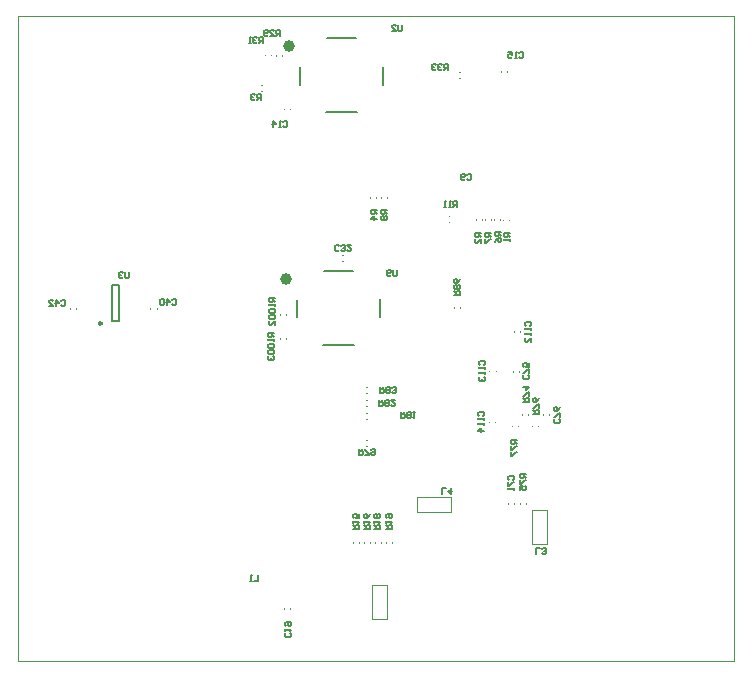
<source format=gbo>
G04*
G04 #@! TF.GenerationSoftware,Altium Limited,Altium NEXUS,3.1.12 (69)*
G04*
G04 Layer_Color=32896*
%FSLAX25Y25*%
%MOIN*%
G70*
G04*
G04 #@! TF.SameCoordinates,C12BC461-16F2-471F-B13C-3D38B02939EA*
G04*
G04*
G04 #@! TF.FilePolarity,Positive*
G04*
G01*
G75*
%ADD10C,0.00984*%
%ADD13C,0.00787*%
%ADD14C,0.00394*%
%ADD15C,0.00500*%
%ADD16C,0.00000*%
%ADD89C,0.03937*%
D10*
X27971Y112527D02*
G03*
X27971Y112527I-492J0D01*
G01*
D13*
X102964Y207514D02*
X112764D01*
X121764Y192114D02*
Y198014D01*
X102798Y182814D02*
X112964D01*
X94064Y192114D02*
Y197914D01*
X33560Y113125D02*
Y125329D01*
X31198Y113125D02*
Y125329D01*
X33560D01*
X31198Y113125D02*
X33560D01*
X101891Y129991D02*
X111691D01*
X120691Y114591D02*
Y120491D01*
X101725Y105291D02*
X111891D01*
X92991Y114591D02*
Y120391D01*
D14*
X115217Y39318D02*
Y39613D01*
X117218Y39318D02*
Y39613D01*
X118875Y39318D02*
Y39613D01*
X120875Y39318D02*
Y39613D01*
X122523Y39352D02*
Y39647D01*
X124523Y39352D02*
Y39647D01*
X111583Y39352D02*
Y39647D01*
X113583Y39352D02*
Y39647D01*
X154567Y147054D02*
Y147275D01*
X152551Y147062D02*
Y147283D01*
X157601Y147062D02*
Y147283D01*
X155585Y147070D02*
Y147291D01*
X160678Y147027D02*
Y147248D01*
X158662Y147035D02*
Y147256D01*
X163842Y146880D02*
Y147101D01*
X161826Y146888D02*
Y147109D01*
X147063Y194363D02*
X147284D01*
X147071Y196379D02*
X147292D01*
X161120Y196352D02*
Y196573D01*
X163136Y196344D02*
Y196565D01*
X88609Y183835D02*
Y184056D01*
X90625Y183827D02*
Y184048D01*
X81025Y191945D02*
X81320D01*
X81025Y189945D02*
X81320D01*
X82395Y201839D02*
Y202060D01*
X84411Y201831D02*
Y202052D01*
X85876Y201779D02*
Y202074D01*
X87876Y201779D02*
Y202074D01*
X121026Y154386D02*
Y154607D01*
X123042Y154378D02*
Y154599D01*
X119465Y154443D02*
Y154664D01*
X117449Y154451D02*
Y154672D01*
X44175Y117393D02*
Y117614D01*
X46191Y117385D02*
Y117606D01*
X17233Y117298D02*
Y117519D01*
X19249Y117290D02*
Y117511D01*
X143572Y146404D02*
X143792D01*
X143580Y148420D02*
X143800D01*
X133141Y49658D02*
Y54658D01*
X144472Y49658D02*
Y54658D01*
X133141Y49658D02*
X144472D01*
X133141Y54658D02*
X144472D01*
X108173Y133250D02*
X108394D01*
X108181Y135266D02*
X108402D01*
X90838Y17360D02*
Y17581D01*
X88822Y17368D02*
Y17589D01*
X171412Y38915D02*
X176412D01*
X171412Y50246D02*
X176412D01*
Y38915D02*
Y50246D01*
X171412Y38915D02*
Y50246D01*
X116059Y89421D02*
X116354D01*
X116059Y91421D02*
X116354D01*
X147212Y117750D02*
Y117971D01*
X145196Y117758D02*
Y117979D01*
X116059Y84839D02*
X116354D01*
X116059Y86839D02*
X116354D01*
X116064Y82585D02*
X116359D01*
X116064Y80585D02*
X116359D01*
X174885Y81955D02*
Y82176D01*
X176901Y81947D02*
Y82168D01*
X165516Y52279D02*
Y52500D01*
X163500Y52287D02*
Y52508D01*
X116060Y71558D02*
X116355D01*
X116060Y73558D02*
X116355D01*
X164792Y78137D02*
Y78358D01*
X166808Y78129D02*
Y78350D01*
X171468Y78137D02*
Y78358D01*
X173484Y78129D02*
Y78350D01*
X169286Y52249D02*
Y52470D01*
X167270Y52257D02*
Y52478D01*
X168105Y82028D02*
Y82249D01*
X170121Y82020D02*
Y82241D01*
X164961Y96299D02*
Y96520D01*
X166977Y96291D02*
Y96512D01*
X165346Y109594D02*
Y109815D01*
X167362Y109586D02*
Y109807D01*
X157175Y96529D02*
Y96750D01*
X159191Y96521D02*
Y96742D01*
X159056Y79542D02*
Y79763D01*
X157040Y79550D02*
Y79771D01*
X89456Y115402D02*
Y115697D01*
X87456Y115402D02*
Y115697D01*
X87440Y107273D02*
Y107494D01*
X89456Y107265D02*
Y107486D01*
X117934Y25159D02*
X122934D01*
X117934Y13828D02*
X122934D01*
X117934D02*
Y25159D01*
X122934Y13828D02*
Y25159D01*
D15*
X88361Y179470D02*
X88695Y179803D01*
X89361D01*
X89694Y179470D01*
Y178137D01*
X89361Y177804D01*
X88695D01*
X88361Y178137D01*
X87695Y177804D02*
X87028D01*
X87362D01*
Y179803D01*
X87695Y179470D01*
X85029Y177804D02*
Y179803D01*
X86029Y178804D01*
X84696D01*
X111551Y44035D02*
X113550D01*
Y45035D01*
X113217Y45368D01*
X112551D01*
X112217Y45035D01*
Y44035D01*
Y44701D02*
X111551Y45368D01*
Y46034D02*
Y46701D01*
Y46368D01*
X113550D01*
X113217Y46034D01*
X113550Y49033D02*
Y47701D01*
X112551D01*
X112884Y48367D01*
Y48700D01*
X112551Y49033D01*
X111884D01*
X111551Y48700D01*
Y48034D01*
X111884Y47701D01*
X115338Y43843D02*
X117337D01*
Y44843D01*
X117004Y45176D01*
X116338D01*
X116004Y44843D01*
Y43843D01*
Y44509D02*
X115338Y45176D01*
Y45842D02*
Y46509D01*
Y46176D01*
X117337D01*
X117004Y45842D01*
X117337Y48841D02*
X117004Y48175D01*
X116338Y47508D01*
X115671D01*
X115338Y47842D01*
Y48508D01*
X115671Y48841D01*
X116004D01*
X116338Y48508D01*
Y47508D01*
X118804Y43843D02*
X120803D01*
Y44843D01*
X120470Y45176D01*
X119804D01*
X119471Y44843D01*
Y43843D01*
Y44509D02*
X118804Y45176D01*
Y45842D02*
Y46509D01*
Y46176D01*
X120803D01*
X120470Y45842D01*
Y47508D02*
X120803Y47842D01*
Y48508D01*
X120470Y48841D01*
X120137D01*
X119804Y48508D01*
X119471Y48841D01*
X119137D01*
X118804Y48508D01*
Y47842D01*
X119137Y47508D01*
X119471D01*
X119804Y47842D01*
X120137Y47508D01*
X120470D01*
X119804Y47842D02*
Y48508D01*
X122655Y43843D02*
X124654D01*
Y44843D01*
X124321Y45176D01*
X123655D01*
X123321Y44843D01*
Y43843D01*
Y44509D02*
X122655Y45176D01*
Y45842D02*
Y46509D01*
Y46176D01*
X124654D01*
X124321Y45842D01*
X122988Y47508D02*
X122655Y47842D01*
Y48508D01*
X122988Y48841D01*
X124321D01*
X124654Y48508D01*
Y47842D01*
X124321Y47508D01*
X123988D01*
X123655Y47842D01*
Y48841D01*
X36955Y129458D02*
Y127792D01*
X36622Y127459D01*
X35956D01*
X35622Y127792D01*
Y129458D01*
X34956Y129125D02*
X34623Y129458D01*
X33956D01*
X33623Y129125D01*
Y128792D01*
X33956Y128459D01*
X34289D01*
X33956D01*
X33623Y128126D01*
Y127792D01*
X33956Y127459D01*
X34623D01*
X34956Y127792D01*
X14511Y119999D02*
X14844Y120332D01*
X15511D01*
X15844Y119999D01*
Y118666D01*
X15511Y118333D01*
X14844D01*
X14511Y118666D01*
X12845Y118333D02*
Y120332D01*
X13845Y119333D01*
X12512D01*
X10513Y118333D02*
X11846D01*
X10513Y119666D01*
Y119999D01*
X10846Y120332D01*
X11512D01*
X11846Y119999D01*
X51375Y120356D02*
X51709Y120689D01*
X52375D01*
X52708Y120356D01*
Y119023D01*
X52375Y118690D01*
X51709D01*
X51375Y119023D01*
X49709Y118690D02*
Y120689D01*
X50709Y119690D01*
X49376D01*
X48709Y120356D02*
X48376Y120689D01*
X47710D01*
X47377Y120356D01*
Y119023D01*
X47710Y118690D01*
X48376D01*
X48709Y119023D01*
Y120356D01*
X146418Y151131D02*
Y153131D01*
X145419D01*
X145085Y152797D01*
Y152131D01*
X145419Y151798D01*
X146418D01*
X145752D02*
X145085Y151131D01*
X144419D02*
X143752D01*
X144086D01*
Y153131D01*
X144419Y152797D01*
X142753Y151131D02*
X142086D01*
X142420D01*
Y153131D01*
X142753Y152797D01*
X149708Y162017D02*
X150041Y162350D01*
X150708D01*
X151041Y162017D01*
Y160684D01*
X150708Y160351D01*
X150041D01*
X149708Y160684D01*
X149042D02*
X148709Y160351D01*
X148042D01*
X147709Y160684D01*
Y162017D01*
X148042Y162350D01*
X148709D01*
X149042Y162017D01*
Y161684D01*
X148709Y161351D01*
X147709D01*
X128059Y211959D02*
Y210293D01*
X127726Y209960D01*
X127059D01*
X126726Y210293D01*
Y211959D01*
X124727Y209960D02*
X126060D01*
X124727Y211293D01*
Y211626D01*
X125060Y211959D01*
X125727D01*
X126060Y211626D01*
X80891Y186793D02*
Y188792D01*
X79892D01*
X79558Y188459D01*
Y187793D01*
X79892Y187460D01*
X80891D01*
X80225D02*
X79558Y186793D01*
X78892Y188459D02*
X78559Y188792D01*
X77892D01*
X77559Y188459D01*
Y188126D01*
X77892Y187793D01*
X78225D01*
X77892D01*
X77559Y187460D01*
Y187126D01*
X77892Y186793D01*
X78559D01*
X78892Y187126D01*
X119627Y150282D02*
X117628D01*
Y149282D01*
X117961Y148949D01*
X118628D01*
X118961Y149282D01*
Y150282D01*
Y149616D02*
X119627Y148949D01*
Y147283D02*
X117628D01*
X118628Y148283D01*
Y146950D01*
X123148Y150375D02*
X121149D01*
Y149375D01*
X121482Y149042D01*
X122149D01*
X122482Y149375D01*
Y150375D01*
Y149709D02*
X123148Y149042D01*
X121482Y148376D02*
X121149Y148043D01*
Y147376D01*
X121482Y147043D01*
X121815D01*
X122149Y147376D01*
X122482Y147043D01*
X122815D01*
X123148Y147376D01*
Y148043D01*
X122815Y148376D01*
X122482D01*
X122149Y148043D01*
X121815Y148376D01*
X121482D01*
X122149Y148043D02*
Y147376D01*
X87368Y208409D02*
Y210408D01*
X86369D01*
X86035Y210075D01*
Y209409D01*
X86369Y209075D01*
X87368D01*
X86702D02*
X86035Y208409D01*
X84036D02*
X85369D01*
X84036Y209742D01*
Y210075D01*
X84369Y210408D01*
X85036D01*
X85369Y210075D01*
X83369Y208742D02*
X83036Y208409D01*
X82370D01*
X82037Y208742D01*
Y210075D01*
X82370Y210408D01*
X83036D01*
X83369Y210075D01*
Y209742D01*
X83036Y209409D01*
X82037D01*
X81540Y205883D02*
Y207882D01*
X80541D01*
X80207Y207549D01*
Y206883D01*
X80541Y206550D01*
X81540D01*
X80874D02*
X80207Y205883D01*
X79541Y207549D02*
X79208Y207882D01*
X78541D01*
X78208Y207549D01*
Y207216D01*
X78541Y206883D01*
X78874D01*
X78541D01*
X78208Y206550D01*
Y206216D01*
X78541Y205883D01*
X79208D01*
X79541Y206216D01*
X77542Y205883D02*
X76875D01*
X77208D01*
Y207882D01*
X77542Y207549D01*
X143350Y196987D02*
Y198986D01*
X142350D01*
X142017Y198653D01*
Y197987D01*
X142350Y197653D01*
X143350D01*
X142684D02*
X142017Y196987D01*
X141351Y198653D02*
X141018Y198986D01*
X140351D01*
X140018Y198653D01*
Y198320D01*
X140351Y197987D01*
X140684D01*
X140351D01*
X140018Y197653D01*
Y197320D01*
X140351Y196987D01*
X141018D01*
X141351Y197320D01*
X139351Y198653D02*
X139018Y198986D01*
X138352D01*
X138019Y198653D01*
Y198320D01*
X138352Y197987D01*
X138685D01*
X138352D01*
X138019Y197653D01*
Y197320D01*
X138352Y196987D01*
X139018D01*
X139351Y197320D01*
X167130Y202730D02*
X167464Y203063D01*
X168130D01*
X168463Y202730D01*
Y201397D01*
X168130Y201064D01*
X167464D01*
X167130Y201397D01*
X166464Y201064D02*
X165797D01*
X166131D01*
Y203063D01*
X166464Y202730D01*
X163465Y203063D02*
X164798D01*
Y202064D01*
X164131Y202397D01*
X163798D01*
X163465Y202064D01*
Y201397D01*
X163798Y201064D01*
X164464D01*
X164798Y201397D01*
X164099Y142764D02*
X162100D01*
Y141764D01*
X162433Y141431D01*
X163100D01*
X163433Y141764D01*
Y142764D01*
Y142098D02*
X164099Y141431D01*
Y140765D02*
Y140098D01*
Y140431D01*
X162100D01*
X162433Y140765D01*
X157694Y142695D02*
X155695D01*
Y141695D01*
X156028Y141362D01*
X156694D01*
X157028Y141695D01*
Y142695D01*
Y142029D02*
X157694Y141362D01*
X155695Y140696D02*
Y139363D01*
X156028D01*
X157361Y140696D01*
X157694D01*
X154282Y142625D02*
X152283D01*
Y141625D01*
X152616Y141292D01*
X153282D01*
X153616Y141625D01*
Y142625D01*
Y141959D02*
X154282Y141292D01*
Y139293D02*
Y140626D01*
X152949Y139293D01*
X152616D01*
X152283Y139626D01*
Y140293D01*
X152616Y140626D01*
X161036Y142904D02*
X159037D01*
Y141904D01*
X159370Y141571D01*
X160037D01*
X160370Y141904D01*
Y142904D01*
Y142238D02*
X161036Y141571D01*
X159037Y139572D02*
X159370Y140238D01*
X160037Y140905D01*
X160703D01*
X161036Y140571D01*
Y139905D01*
X160703Y139572D01*
X160370D01*
X160037Y139905D01*
Y140905D01*
X141287Y55782D02*
Y57781D01*
X142620D01*
X144286D02*
Y55782D01*
X143287Y56781D01*
X144619D01*
X107152Y137032D02*
X106819Y136699D01*
X106152D01*
X105819Y137032D01*
Y138365D01*
X106152Y138698D01*
X106819D01*
X107152Y138365D01*
X107818Y137032D02*
X108152Y136699D01*
X108818D01*
X109151Y137032D01*
Y137365D01*
X108818Y137698D01*
X108485D01*
X108818D01*
X109151Y138032D01*
Y138365D01*
X108818Y138698D01*
X108152D01*
X107818Y138365D01*
X111151Y138698D02*
X109818D01*
X111151Y137365D01*
Y137032D01*
X110818Y136699D01*
X110151D01*
X109818Y137032D01*
X90758Y9285D02*
X91092Y8952D01*
Y8285D01*
X90758Y7952D01*
X89425D01*
X89092Y8285D01*
Y8952D01*
X89425Y9285D01*
X89092Y9951D02*
Y10618D01*
Y10285D01*
X91092D01*
X90758Y9951D01*
X89425Y11618D02*
X89092Y11951D01*
Y12617D01*
X89425Y12950D01*
X90758D01*
X91092Y12617D01*
Y11951D01*
X90758Y11618D01*
X90425D01*
X90092Y11951D01*
Y12950D01*
X172527Y35645D02*
Y37644D01*
X173860D01*
X174527Y35978D02*
X174860Y35645D01*
X175526D01*
X175859Y35978D01*
Y36311D01*
X175526Y36644D01*
X175193D01*
X175526D01*
X175859Y36978D01*
Y37311D01*
X175526Y37644D01*
X174860D01*
X174527Y37311D01*
X80118Y28531D02*
Y26531D01*
X78785D01*
X78119D02*
X77452D01*
X77786D01*
Y28531D01*
X78119Y28197D01*
X120740Y91421D02*
Y89422D01*
X121740D01*
X122073Y89755D01*
Y90421D01*
X121740Y90755D01*
X120740D01*
X121407D02*
X122073Y91421D01*
X122740Y89755D02*
X123073Y89422D01*
X123739D01*
X124073Y89755D01*
Y90088D01*
X123739Y90421D01*
X124073Y90755D01*
Y91088D01*
X123739Y91421D01*
X123073D01*
X122740Y91088D01*
Y90755D01*
X123073Y90421D01*
X122740Y90088D01*
Y89755D01*
X123073Y90421D02*
X123739D01*
X124739Y89755D02*
X125072Y89422D01*
X125739D01*
X126072Y89755D01*
Y90088D01*
X125739Y90421D01*
X125405D01*
X125739D01*
X126072Y90755D01*
Y91088D01*
X125739Y91421D01*
X125072D01*
X124739Y91088D01*
X145326Y121943D02*
X147326D01*
Y122943D01*
X146992Y123276D01*
X146326D01*
X145993Y122943D01*
Y121943D01*
Y122609D02*
X145326Y123276D01*
X146992Y123942D02*
X147326Y124276D01*
Y124942D01*
X146992Y125275D01*
X146659D01*
X146326Y124942D01*
X145993Y125275D01*
X145659D01*
X145326Y124942D01*
Y124276D01*
X145659Y123942D01*
X145993D01*
X146326Y124276D01*
X146659Y123942D01*
X146992D01*
X146326Y124276D02*
Y124942D01*
X147326Y127275D02*
X146992Y126608D01*
X146326Y125942D01*
X145659D01*
X145326Y126275D01*
Y126941D01*
X145659Y127275D01*
X145993D01*
X146326Y126941D01*
Y125942D01*
X120416Y86869D02*
Y84870D01*
X121416D01*
X121749Y85203D01*
Y85869D01*
X121416Y86203D01*
X120416D01*
X121083D02*
X121749Y86869D01*
X122415Y85203D02*
X122749Y84870D01*
X123415D01*
X123748Y85203D01*
Y85536D01*
X123415Y85869D01*
X123748Y86203D01*
Y86536D01*
X123415Y86869D01*
X122749D01*
X122415Y86536D01*
Y86203D01*
X122749Y85869D01*
X122415Y85536D01*
Y85203D01*
X122749Y85869D02*
X123415D01*
X125748Y86869D02*
X124415D01*
X125748Y85536D01*
Y85203D01*
X125415Y84870D01*
X124748D01*
X124415Y85203D01*
X127632Y82807D02*
Y80808D01*
X128632D01*
X128965Y81141D01*
Y81807D01*
X128632Y82141D01*
X127632D01*
X128299D02*
X128965Y82807D01*
X129631Y81141D02*
X129965Y80808D01*
X130631D01*
X130964Y81141D01*
Y81474D01*
X130631Y81807D01*
X130964Y82141D01*
Y82474D01*
X130631Y82807D01*
X129965D01*
X129631Y82474D01*
Y82141D01*
X129965Y81807D01*
X129631Y81474D01*
Y81141D01*
X129965Y81807D02*
X130631D01*
X131631Y82807D02*
X132297D01*
X131964D01*
Y80808D01*
X131631Y81141D01*
X180241Y80695D02*
X180575Y80362D01*
Y79695D01*
X180241Y79362D01*
X178908D01*
X178575Y79695D01*
Y80362D01*
X178908Y80695D01*
X180575Y81361D02*
Y82694D01*
X180241D01*
X178908Y81361D01*
X178575D01*
X180575Y84694D02*
X180241Y84027D01*
X179575Y83361D01*
X178908D01*
X178575Y83694D01*
Y84360D01*
X178908Y84694D01*
X179242D01*
X179575Y84360D01*
Y83361D01*
X163596Y60324D02*
X163263Y60657D01*
Y61324D01*
X163596Y61657D01*
X164929D01*
X165262Y61324D01*
Y60657D01*
X164929Y60324D01*
X163263Y59658D02*
Y58325D01*
X163596D01*
X164929Y59658D01*
X165262D01*
Y57658D02*
Y56992D01*
Y57325D01*
X163263D01*
X163596Y57658D01*
X113741Y70558D02*
Y68559D01*
X114741D01*
X115074Y68892D01*
Y69558D01*
X114741Y69892D01*
X113741D01*
X114408D02*
X115074Y70558D01*
X115741Y68559D02*
X117073D01*
Y68892D01*
X115741Y70225D01*
Y70558D01*
X117740Y70225D02*
X118073Y70558D01*
X118740D01*
X119073Y70225D01*
Y68892D01*
X118740Y68559D01*
X118073D01*
X117740Y68892D01*
Y69225D01*
X118073Y69558D01*
X119073D01*
X166384Y73747D02*
X164385D01*
Y72747D01*
X164718Y72414D01*
X165384D01*
X165718Y72747D01*
Y73747D01*
Y73081D02*
X166384Y72414D01*
X164385Y71748D02*
Y70415D01*
X164718D01*
X166051Y71748D01*
X166384D01*
X164385Y69748D02*
Y68415D01*
X164718D01*
X166051Y69748D01*
X166384D01*
X171529Y82158D02*
X173528D01*
Y83158D01*
X173195Y83491D01*
X172529D01*
X172195Y83158D01*
Y82158D01*
Y82824D02*
X171529Y83491D01*
X173528Y84157D02*
Y85490D01*
X173195D01*
X171862Y84157D01*
X171529D01*
X173528Y87490D02*
X173195Y86823D01*
X172529Y86157D01*
X171862D01*
X171529Y86490D01*
Y87156D01*
X171862Y87490D01*
X172195D01*
X172529Y87156D01*
Y86157D01*
X169197Y62270D02*
X167198D01*
Y61270D01*
X167531Y60937D01*
X168198D01*
X168531Y61270D01*
Y62270D01*
Y61604D02*
X169197Y60937D01*
X167198Y60271D02*
Y58938D01*
X167531D01*
X168864Y60271D01*
X169197D01*
X167198Y56938D02*
Y58271D01*
X168198D01*
X167864Y57605D01*
Y57272D01*
X168198Y56938D01*
X168864D01*
X169197Y57272D01*
Y57938D01*
X168864Y58271D01*
X168194Y86154D02*
X170194D01*
Y87154D01*
X169860Y87487D01*
X169194D01*
X168861Y87154D01*
Y86154D01*
Y86821D02*
X168194Y87487D01*
X170194Y88153D02*
Y89486D01*
X169860D01*
X168527Y88153D01*
X168194D01*
Y91152D02*
X170194D01*
X169194Y90153D01*
Y91486D01*
X170004Y95283D02*
X170337Y94950D01*
Y94283D01*
X170004Y93950D01*
X168671D01*
X168338Y94283D01*
Y94950D01*
X168671Y95283D01*
X170337Y95949D02*
Y97282D01*
X170004D01*
X168671Y95949D01*
X168338D01*
X170337Y99282D02*
Y97949D01*
X169338D01*
X169671Y98615D01*
Y98948D01*
X169338Y99282D01*
X168671D01*
X168338Y98948D01*
Y98282D01*
X168671Y97949D01*
X169337Y111589D02*
X169004Y111922D01*
Y112589D01*
X169337Y112922D01*
X170670D01*
X171003Y112589D01*
Y111922D01*
X170670Y111589D01*
X171003Y110923D02*
Y110256D01*
Y110590D01*
X169004D01*
X169337Y110923D01*
X171003Y109257D02*
Y108590D01*
Y108923D01*
X169004D01*
X169337Y109257D01*
X171003Y106257D02*
Y107590D01*
X169670Y106257D01*
X169337D01*
X169004Y106591D01*
Y107257D01*
X169337Y107590D01*
X154103Y98631D02*
X153770Y98964D01*
Y99631D01*
X154103Y99964D01*
X155436D01*
X155769Y99631D01*
Y98964D01*
X155436Y98631D01*
X155769Y97965D02*
Y97298D01*
Y97632D01*
X153770D01*
X154103Y97965D01*
X155769Y96299D02*
Y95632D01*
Y95965D01*
X153770D01*
X154103Y96299D01*
Y94632D02*
X153770Y94299D01*
Y93633D01*
X154103Y93300D01*
X154436D01*
X154770Y93633D01*
Y93966D01*
Y93633D01*
X155103Y93300D01*
X155436D01*
X155769Y93633D01*
Y94299D01*
X155436Y94632D01*
X153623Y81556D02*
X153290Y81889D01*
Y82556D01*
X153623Y82889D01*
X154956D01*
X155289Y82556D01*
Y81889D01*
X154956Y81556D01*
X155289Y80890D02*
Y80223D01*
Y80556D01*
X153290D01*
X153623Y80890D01*
X155289Y79224D02*
Y78557D01*
Y78890D01*
X153290D01*
X153623Y79224D01*
X155289Y76558D02*
X153290D01*
X154289Y77557D01*
Y76224D01*
X126206Y130226D02*
Y128560D01*
X125873Y128227D01*
X125206D01*
X124873Y128560D01*
Y130226D01*
X124207Y128560D02*
X123874Y128227D01*
X123207D01*
X122874Y128560D01*
Y129893D01*
X123207Y130226D01*
X123874D01*
X124207Y129893D01*
Y129560D01*
X123874Y129227D01*
X122874D01*
X85614Y120800D02*
X83615D01*
Y119800D01*
X83948Y119467D01*
X84614D01*
X84948Y119800D01*
Y120800D01*
Y120134D02*
X85614Y119467D01*
Y118801D02*
Y118134D01*
Y118467D01*
X83615D01*
X83948Y118801D01*
Y117135D02*
X83615Y116801D01*
Y116135D01*
X83948Y115802D01*
X85281D01*
X85614Y116135D01*
Y116801D01*
X85281Y117135D01*
X83948D01*
Y115135D02*
X83615Y114802D01*
Y114136D01*
X83948Y113802D01*
X85281D01*
X85614Y114136D01*
Y114802D01*
X85281Y115135D01*
X83948D01*
X85614Y111803D02*
Y113136D01*
X84281Y111803D01*
X83948D01*
X83615Y112136D01*
Y112803D01*
X83948Y113136D01*
X85433Y109398D02*
X83434D01*
Y108398D01*
X83767Y108065D01*
X84434D01*
X84767Y108398D01*
Y109398D01*
Y108732D02*
X85433Y108065D01*
Y107399D02*
Y106732D01*
Y107065D01*
X83434D01*
X83767Y107399D01*
Y105733D02*
X83434Y105399D01*
Y104733D01*
X83767Y104400D01*
X85100D01*
X85433Y104733D01*
Y105399D01*
X85100Y105733D01*
X83767D01*
Y103733D02*
X83434Y103400D01*
Y102734D01*
X83767Y102400D01*
X85100D01*
X85433Y102734D01*
Y103400D01*
X85100Y103733D01*
X83767D01*
Y101734D02*
X83434Y101401D01*
Y100734D01*
X83767Y100401D01*
X84100D01*
X84434Y100734D01*
Y101067D01*
Y100734D01*
X84767Y100401D01*
X85100D01*
X85433Y100734D01*
Y101401D01*
X85100Y101734D01*
D16*
X-12Y-2D02*
Y214839D01*
Y-2D02*
X238718D01*
Y214839D01*
X-12D02*
X238718D01*
D89*
X90460Y204956D02*
D03*
X89387Y127433D02*
D03*
M02*

</source>
